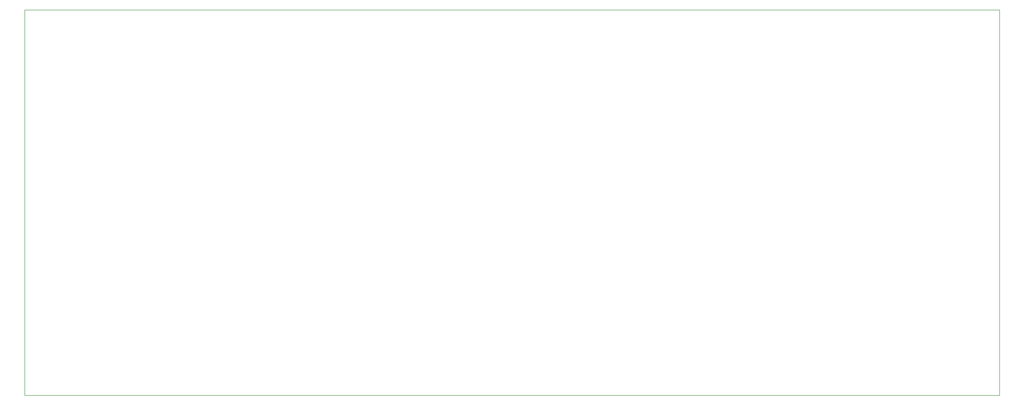
<source format=gm1>
G04 Layer_Color=16711935*
%FSLAX44Y44*%
%MOMM*%
G71*
G01*
G75*
%ADD49C,0.1016*%
D49*
X85090Y1296670D02*
X1931670D01*
Y565150D02*
Y1296670D01*
X85090Y565150D02*
X1931670D01*
X85090D02*
Y1296670D01*
M02*

</source>
